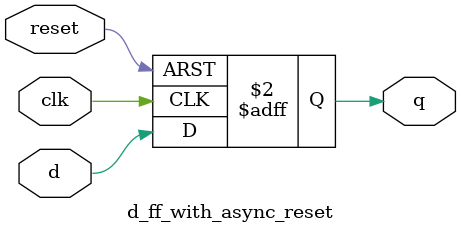
<source format=sv>
`timescale 1ns / 1ps


module d_ff_with_async_reset(
    input logic clk,d,reset,
    output logic q 
    );
    //body
    always_ff @(posedge clk,posedge reset)
    if (reset)
        q <= 1'b0;
    else
        q <= d;
endmodule

</source>
